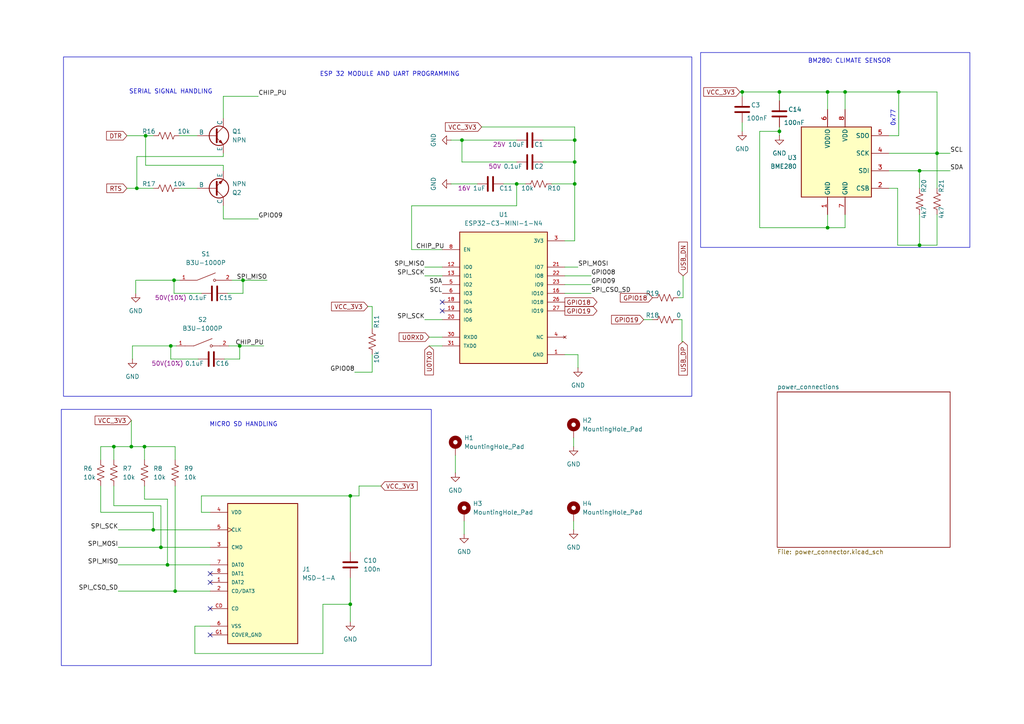
<source format=kicad_sch>
(kicad_sch (version 20250114) (generator "eeschema") (generator_version "9.0")
  (paper "A4")
  (title_block (title "${project_name}") (date "2025-11-24") (rev "${revision}") (company "${company_name}") (comment 1 "Building an IoT PCB from Scratch"))
  (lib_symbols
    (symbol "B3U-1000P:B3U-1000P" (pin_names (offset 1.016))
      (property "Reference" "S" (at -2.54 2.54 0))
      (property "Value" "B3U-1000P" (at -2.54 -2.54 0))
      (symbol "B3U-1000P_0_0"
        (polyline (pts (xy -2.54 0) (xy -5.08 0)) (stroke (width 0.1524)))
        (polyline (pts (xy -2.54 0) (xy 2.794 2.1336)) (stroke (width 0.1524)))
        (circle (center 2.54 0) (radius 0.3302) (stroke (width 0.1524)))
        (polyline (pts (xy 5.08 0) (xy 2.921 0)) (stroke (width 0.1524)))
        (pin passive line (at -7.62 0 0) (length 2.54) (name "~") (number "1"))
        (pin passive line (at 7.62 0 180) (length 2.54) (name "~") (number "2"))
      )
    )
    (symbol "Device:C" (pin_numbers (hide yes)) (pin_names (offset 0.254))
      (property "Reference" "C" (at 0.635 2.54 0))
      (property "Value" "C" (at 0.635 -2.54 0))
      (symbol "C_0_1"
        (polyline (pts (xy -2.032 0.762) (xy 2.032 0.762)) (stroke (width 0.508)))
        (polyline (pts (xy -2.032 -0.762) (xy 2.032 -0.762)) (stroke (width 0.508)))
      )
      (symbol "C_1_1"
        (pin passive line (at 0 3.81 270) (length 2.794) (name "~") (number "1"))
        (pin passive line (at 0 -3.81 90) (length 2.794) (name "~") (number "2"))
      )
    )
    (symbol "Device:R_US" (pin_numbers (hide yes)) (pin_names (offset 0))
      (property "Reference" "R" (at 2.54 0 90))
      (property "Value" "R_US" (at -2.54 0 90))
      (symbol "R_US_0_1"
        (polyline (pts (xy 0 2.286) (xy 0 2.54)))
        (polyline (pts (xy 0 2.286) (xy 1.016 1.905) (xy 0 1.524) (xy -1.016 1.143) (xy 0 0.762)))
        (polyline (pts (xy 0 0.762) (xy 1.016 0.381) (xy 0 0) (xy -1.016 -0.381) (xy 0 -0.762)))
        (polyline (pts (xy 0 -0.762) (xy 1.016 -1.143) (xy 0 -1.524) (xy -1.016 -1.905) (xy 0 -2.286)))
        (polyline (pts (xy 0 -2.286) (xy 0 -2.54)))
      )
      (symbol "R_US_1_1"
        (pin passive line (at 0 3.81 270) (length 1.27) (name "~") (number "1"))
        (pin passive line (at 0 -3.81 90) (length 1.27) (name "~") (number "2"))
      )
    )
    (symbol "ESP32-C3-MINI-1-N4:ESP32-C3-MINI-1-N4" (pin_names (offset 1.016))
      (property "Reference" "U" (at -12.7 18.796 0))
      (property "Value" "ESP32-C3-MINI-1-N4" (at -12.7 -22.86 0))
      (symbol "ESP32-C3-MINI-1-N4_0_0"
        (rectangle (start -12.7 -20.32) (end 12.7 17.78) (stroke (width 0.254)) (fill (type background)))
        (pin input line (at -17.78 12.7 0) (length 5.08) (name "EN") (number "8"))
        (pin bidirectional line (at -17.78 7.62 0) (length 5.08) (name "IO0") (number "12"))
        (pin bidirectional line (at -17.78 5.08 0) (length 5.08) (name "IO1") (number "13"))
        (pin bidirectional line (at -17.78 2.54 0) (length 5.08) (name "IO2") (number "5"))
        (pin bidirectional line (at -17.78 0 0) (length 5.08) (name "IO3") (number "6"))
        (pin bidirectional line (at -17.78 -2.54 0) (length 5.08) (name "IO4") (number "18"))
        (pin bidirectional line (at -17.78 -5.08 0) (length 5.08) (name "IO5") (number "19"))
        (pin bidirectional line (at -17.78 -7.62 0) (length 5.08) (name "IO6") (number "20"))
        (pin bidirectional line (at -17.78 -12.7 0) (length 5.08) (name "RXD0") (number "30"))
        (pin bidirectional line (at -17.78 -15.24 0) (length 5.08) (name "TXD0") (number "31"))
        (pin power_in line (at 17.78 15.24 180) (length 5.08) (name "3V3") (number "3"))
        (pin bidirectional line (at 17.78 7.62 180) (length 5.08) (name "IO7") (number "21"))
        (pin bidirectional line (at 17.78 5.08 180) (length 5.08) (name "IO8") (number "22"))
        (pin bidirectional line (at 17.78 2.54 180) (length 5.08) (name "IO9") (number "23"))
        (pin bidirectional line (at 17.78 0 180) (length 5.08) (name "IO10") (number "16"))
        (pin bidirectional line (at 17.78 -2.54 180) (length 5.08) (name "IO18") (number "26"))
        (pin bidirectional line (at 17.78 -5.08 180) (length 5.08) (name "IO19") (number "27"))
        (pin no_connect line (at 17.78 -12.7 180) (length 5.08) (hide yes) (name "NC") (number "10"))
        (pin no_connect line (at 17.78 -12.7 180) (length 5.08) (hide yes) (name "NC") (number "15"))
        (pin no_connect line (at 17.78 -12.7 180) (length 5.08) (hide yes) (name "NC") (number "17"))
        (pin no_connect line (at 17.78 -12.7 180) (length 5.08) (hide yes) (name "NC") (number "24"))
        (pin no_connect line (at 17.78 -12.7 180) (length 5.08) (hide yes) (name "NC") (number "25"))
        (pin no_connect line (at 17.78 -12.7 180) (length 5.08) (hide yes) (name "NC") (number "28"))
        (pin no_connect line (at 17.78 -12.7 180) (length 5.08) (hide yes) (name "NC") (number "29"))
        (pin no_connect line (at 17.78 -12.7 180) (length 5.08) (hide yes) (name "NC") (number "32"))
        (pin no_connect line (at 17.78 -12.7 180) (length 5.08) (hide yes) (name "NC") (number "33"))
        (pin no_connect line (at 17.78 -12.7 180) (length 5.08) (hide yes) (name "NC") (number "34"))
        (pin no_connect line (at 17.78 -12.7 180) (length 5.08) (hide yes) (name "NC") (number "35"))
        (pin no_connect line (at 17.78 -12.7 180) (length 5.08) (name "NC") (number "4"))
        (pin no_connect line (at 17.78 -12.7 180) (length 5.08) (hide yes) (name "NC") (number "7"))
        (pin no_connect line (at 17.78 -12.7 180) (length 5.08) (hide yes) (name "NC") (number "9"))
        (pin power_in line (at 17.78 -17.78 180) (length 5.08) (name "GND") (number "1"))
        (pin power_in line (at 17.78 -17.78 180) (length 5.08) (hide yes) (name "GND") (number "11"))
        (pin power_in line (at 17.78 -17.78 180) (length 5.08) (hide yes) (name "GND") (number "14"))
        (pin power_in line (at 17.78 -17.78 180) (length 5.08) (hide yes) (name "GND") (number "2"))
        (pin power_in line (at 17.78 -17.78 180) (length 5.08) (hide yes) (name "GND") (number "36"))
        (pin power_in line (at 17.78 -17.78 180) (length 5.08) (hide yes) (name "GND") (number "37"))
        (pin power_in line (at 17.78 -17.78 180) (length 5.08) (hide yes) (name "GND") (number "38"))
        (pin power_in line (at 17.78 -17.78 180) (length 5.08) (hide yes) (name "GND") (number "39"))
        (pin power_in line (at 17.78 -17.78 180) (length 5.08) (hide yes) (name "GND") (number "40"))
        (pin power_in line (at 17.78 -17.78 180) (length 5.08) (hide yes) (name "GND") (number "41"))
        (pin power_in line (at 17.78 -17.78 180) (length 5.08) (hide yes) (name "GND") (number "42"))
        (pin power_in line (at 17.78 -17.78 180) (length 5.08) (hide yes) (name "GND") (number "43"))
        (pin power_in line (at 17.78 -17.78 180) (length 5.08) (hide yes) (name "GND") (number "44"))
        (pin power_in line (at 17.78 -17.78 180) (length 5.08) (hide yes) (name "GND") (number "45"))
        (pin power_in line (at 17.78 -17.78 180) (length 5.08) (hide yes) (name "GND") (number "46"))
        (pin power_in line (at 17.78 -17.78 180) (length 5.08) (hide yes) (name "GND") (number "47"))
        (pin power_in line (at 17.78 -17.78 180) (length 5.08) (hide yes) (name "GND") (number "48"))
        (pin power_in line (at 17.78 -17.78 180) (length 5.08) (hide yes) (name "GND") (number "49_1"))
        (pin power_in line (at 17.78 -17.78 180) (length 5.08) (hide yes) (name "GND") (number "49_2"))
        (pin power_in line (at 17.78 -17.78 180) (length 5.08) (hide yes) (name "GND") (number "49_3"))
        (pin power_in line (at 17.78 -17.78 180) (length 5.08) (hide yes) (name "GND") (number "49_4"))
        (pin power_in line (at 17.78 -17.78 180) (length 5.08) (hide yes) (name "GND") (number "49_5"))
        (pin power_in line (at 17.78 -17.78 180) (length 5.08) (hide yes) (name "GND") (number "49_6"))
        (pin power_in line (at 17.78 -17.78 180) (length 5.08) (hide yes) (name "GND") (number "49_7"))
        (pin power_in line (at 17.78 -17.78 180) (length 5.08) (hide yes) (name "GND") (number "49_8"))
        (pin power_in line (at 17.78 -17.78 180) (length 5.08) (hide yes) (name "GND") (number "49_9"))
        (pin power_in line (at 17.78 -17.78 180) (length 5.08) (hide yes) (name "GND") (number "50"))
        (pin power_in line (at 17.78 -17.78 180) (length 5.08) (hide yes) (name "GND") (number "51"))
        (pin power_in line (at 17.78 -17.78 180) (length 5.08) (hide yes) (name "GND") (number "52"))
        (pin power_in line (at 17.78 -17.78 180) (length 5.08) (hide yes) (name "GND") (number "53"))
      )
    )
    (symbol "MSD-1-A:MSD-1-A" (pin_names (offset 1.016))
      (property "Reference" "J" (at -10.16 21.082 0))
      (property "Value" "MSD-1-A" (at -10.16 -22.86 0))
      (symbol "MSD-1-A_0_0"
        (rectangle (start -10.16 -20.32) (end 10.16 20.32) (stroke (width 0.254)) (fill (type background)))
        (pin power_in line (at -15.24 17.78 0) (length 5.08) (name "VDD") (number "4"))
        (pin input clock (at -15.24 12.7 0) (length 5.08) (name "CLK") (number "5"))
        (pin bidirectional line (at -15.24 7.62 0) (length 5.08) (name "CMD") (number "3"))
        (pin bidirectional line (at -15.24 2.54 0) (length 5.08) (name "DAT0") (number "7"))
        (pin bidirectional line (at -15.24 0 0) (length 5.08) (name "DAT1") (number "8"))
        (pin bidirectional line (at -15.24 -2.54 0) (length 5.08) (name "DAT2") (number "1"))
        (pin bidirectional line (at -15.24 -5.08 0) (length 5.08) (name "CD/DAT3") (number "2"))
        (pin passive line (at -15.24 -10.16 0) (length 5.08) (name "CD") (number "CD"))
        (pin power_in line (at -15.24 -15.24 0) (length 5.08) (name "VSS") (number "6"))
        (pin power_in line (at -15.24 -17.78 0) (length 5.08) (name "COVER_GND") (number "G1"))
        (pin power_in line (at -15.24 -17.78 0) (length 5.08) (hide yes) (name "COVER_GND") (number "G2"))
        (pin power_in line (at -15.24 -17.78 0) (length 5.08) (hide yes) (name "COVER_GND") (number "G3"))
        (pin power_in line (at -15.24 -17.78 0) (length 5.08) (hide yes) (name "COVER_GND") (number "G4"))
      )
    )
    (symbol "Mechanical:MountingHole_Pad" (pin_numbers (hide yes)) (pin_names (offset 1.016) (hide yes)) (in_bom no)
      (property "Reference" "H" (at 0 6.35 0))
      (property "Value" "MountingHole_Pad" (at 0 4.445 0))
      (symbol "MountingHole_Pad_0_1"
        (circle (center 0 1.27) (radius 1.27) (stroke (width 1.27)))
      )
      (symbol "MountingHole_Pad_1_1"
        (pin input line (at 0 -2.54 90) (length 2.54) (name "1") (number "1"))
      )
    )
    (symbol "NPN_1" (pin_numbers (hide yes)) (pin_names (offset 0))
      (property "Reference" "Q1" (at 5.08 1.2701 0))
      (property "Value" "NPN" (at 5.08 -1.2699 0))
      (symbol "NPN_1_0_1"
        (polyline (pts (xy -2.54 0) (xy 0.635 0)) (stroke (width 0.1524)))
        (polyline (pts (xy 0.635 1.905) (xy 0.635 -1.905) (xy 0.635 -1.905)) (stroke (width 0.508)))
        (polyline (pts (xy 0.635 0.635) (xy 2.54 2.54)))
        (polyline (pts (xy 0.635 -0.635) (xy 2.54 -2.54) (xy 2.54 -2.54)))
        (circle (center 1.27 0) (radius 2.8194) (stroke (width 0.254)))
        (polyline (pts (xy 1.27 -1.778) (xy 1.778 -1.27) (xy 2.286 -2.286) (xy 1.27 -1.778) (xy 1.27 -1.778)) (fill (type outline)))
        (polyline (pts (xy 2.794 -1.27) (xy 2.794 -1.27)) (stroke (width 0.1524)))
        (polyline (pts (xy 2.794 -1.27) (xy 2.794 -1.27)) (stroke (width 0.1524)))
      )
      (symbol "NPN_1_1_1"
        (pin input line (at -5.08 0 0) (length 2.54) (name "B") (number "2"))
        (pin open_collector line (at 2.54 5.08 270) (length 2.54) (name "C") (number "1"))
        (pin passive line (at 2.54 -5.08 90) (length 2.54) (name "E") (number "3"))
      )
    )
    (symbol "Sensor:BME280"
      (property "Reference" "U" (at -8.89 11.43 0))
      (property "Value" "BME280" (at 7.62 11.43 0))
      (symbol "BME280_0_1"
        (rectangle (start -10.16 10.16) (end 10.16 -10.16) (stroke (width 0.254)) (fill (type background)))
      )
      (symbol "BME280_1_1"
        (pin power_in line (at -2.54 15.24 270) (length 5.08) (name "VDDIO") (number "6"))
        (pin power_in line (at -2.54 -15.24 90) (length 5.08) (name "GND") (number "1"))
        (pin power_in line (at 2.54 15.24 270) (length 5.08) (name "VDD") (number "8"))
        (pin power_in line (at 2.54 -15.24 90) (length 5.08) (name "GND") (number "7"))
        (pin bidirectional line (at 15.24 7.62 180) (length 5.08) (name "SDO") (number "5"))
        (pin input line (at 15.24 2.54 180) (length 5.08) (name "SCK") (number "4"))
        (pin bidirectional line (at 15.24 -2.54 180) (length 5.08) (name "SDI") (number "3"))
        (pin input line (at 15.24 -7.62 180) (length 5.08) (name "CSB") (number "2"))
      )
    )
    (symbol "Simulation_SPICE:NPN" (pin_numbers (hide yes)) (pin_names (offset 0))
      (property "Reference" "Q2" (at 5.08 1.2701 0))
      (property "Value" "NPN" (at 5.08 -1.2699 0))
      (symbol "NPN_0_1"
        (polyline (pts (xy -2.54 0) (xy 0.635 0)) (stroke (width 0.1524)))
        (polyline (pts (xy 0.635 1.905) (xy 0.635 -1.905) (xy 0.635 -1.905)) (stroke (width 0.508)))
        (polyline (pts (xy 0.635 0.635) (xy 2.54 2.54)))
        (polyline (pts (xy 0.635 -0.635) (xy 2.54 -2.54) (xy 2.54 -2.54)))
        (circle (center 1.27 0) (radius 2.8194) (stroke (width 0.254)))
        (polyline (pts (xy 1.27 -1.778) (xy 1.778 -1.27) (xy 2.286 -2.286) (xy 1.27 -1.778) (xy 1.27 -1.778)) (fill (type outline)))
        (polyline (pts (xy 2.794 -1.27) (xy 2.794 -1.27)) (stroke (width 0.1524)))
        (polyline (pts (xy 2.794 -1.27) (xy 2.794 -1.27)) (stroke (width 0.1524)))
      )
      (symbol "NPN_1_1"
        (pin input line (at -5.08 0 0) (length 2.54) (name "B") (number "2"))
        (pin open_collector line (at 2.54 5.08 270) (length 2.54) (name "C") (number "1"))
        (pin passive line (at 2.54 -5.08 90) (length 2.54) (name "E") (number "3"))
      )
    )
    (symbol "power:GND" (power) (pin_numbers (hide yes)) (pin_names (offset 0) (hide yes))
      (property "Value" "GND" (at 0 -3.81 0))
      (symbol "GND_0_1"
        (polyline (pts (xy 0 0) (xy 0 -1.27) (xy 1.27 -1.27) (xy 0 -2.54) (xy -1.27 -1.27) (xy 0 -1.27)))
      )
      (symbol "GND_1_1"
        (pin power_in line (at 0 0 270) (length 0) (name "~") (number "1"))
      )
    )
  )
  (rectangle (start 17.78 118.745) (end 125.095 193.04))
  (rectangle (start 203.2 15.24) (end 281.305 71.755))
  (rectangle (start 18.415 16.51) (end 200.66 114.935))
  (text "0x77" (at 259.08 34.29 90) (effects (font (size 1.27 1.27))))
  (text "ESP 32 MODULE AND UART PROGRAMMING" (at 113.03 21.59 0) (effects (font (size 1.27 1.27))))
  (text "MICRO SD HANDLING " (at 71.12 123.19 0) (effects (font (size 1.27 1.27))))
  (text "BM280: CLIMATE SENSOR" (at 246.38 17.78 0) (effects (font (size 1.27 1.27))))
  (text "SERIAL SIGNAL HANDLING" (at 49.53 26.67 0) (effects (font (size 1.27 1.27))))
  (junction (at 166.6875 40.64))
  (junction (at 46.6725 158.75))
  (junction (at 101.6 143.8275))
  (junction (at 266.7 71.12))
  (junction (at 245.11 26.67))
  (junction (at 41.91 129.54))
  (junction (at 271.78 44.45))
  (junction (at 48.5775 163.83))
  (junction (at 260.6675 26.67))
  (junction (at 240.03 26.67))
  (junction (at 39.6875 54.61))
  (junction (at 38.1 129.54))
  (junction (at 133.985 40.64))
  (junction (at 266.7 49.53))
  (junction (at 240.03 66.04))
  (junction (at 226.06 26.67))
  (junction (at 70.485 81.28))
  (junction (at 33.02 129.54))
  (junction (at 149.86 53.34))
  (junction (at 69.5325 100.33))
  (junction (at 50.8 171.45))
  (junction (at 50.4825 81.28))
  (junction (at 101.6 175.26))
  (junction (at 49.53 100.33))
  (junction (at 166.6875 46.99))
  (junction (at 42.2275 39.37))
  (junction (at 215.265 26.67))
  (junction (at 44.45 153.67))
  (junction (at 226.06 38.1))
  (junction (at 166.6875 53.34))
  (no_connect (at 60.96 176.53))
  (no_connect (at 60.96 166.37))
  (no_connect (at 128.27 87.63))
  (no_connect (at 60.96 184.15))
  (no_connect (at 60.96 168.91))
  (no_connect (at 128.27 90.17))
  (wire (pts (xy 64.77 49.53) (xy 64.77 47.9425)))
  (wire (pts (xy 56.515 189.5475) (xy 93.6625 189.5475)))
  (wire (pts (xy 58.42 148.59) (xy 60.96 148.59)))
  (wire (pts (xy 149.86 40.64) (xy 133.985 40.64)))
  (wire (pts (xy 163.83 102.87) (xy 167.64 102.87)))
  (wire (pts (xy 64.77 27.94) (xy 74.93 27.94)))
  (wire (pts (xy 29.21 129.54) (xy 33.02 129.54)))
  (wire (pts (xy 240.03 26.67) (xy 240.03 31.75)))
  (wire (pts (xy 163.83 82.55) (xy 171.45 82.55)))
  (wire (pts (xy 130.81 53.34) (xy 138.43 53.34)))
  (wire (pts (xy 38.4175 100.33) (xy 49.53 100.33)))
  (wire (pts (xy 245.11 62.23) (xy 245.11 66.04)))
  (wire (pts (xy 64.77 63.5) (xy 74.93 63.5)))
  (wire (pts (xy 119.38 59.69) (xy 149.86 59.69)))
  (wire (pts (xy 198.12 86.36) (xy 196.85 86.36)))
  (wire (pts (xy 33.02 146.685) (xy 46.6725 146.685)))
  (wire (pts (xy 58.42 85.09) (xy 50.4825 85.09)))
  (wire (pts (xy 271.78 62.23) (xy 271.78 71.12)))
  (wire (pts (xy 52.07 39.37) (xy 57.15 39.37)))
  (wire (pts (xy 101.6 143.8275) (xy 101.6 160.02)))
  (wire (pts (xy 39.6875 45.4025) (xy 39.6875 54.61)))
  (wire (pts (xy 36.83 54.61) (xy 39.6875 54.61)))
  (wire (pts (xy 49.53 100.33) (xy 51.1175 100.33)))
  (wire (pts (xy 66.3575 100.33) (xy 69.5325 100.33)))
  (wire (pts (xy 166.6875 53.34) (xy 160.02 53.34)))
  (wire (pts (xy 260.6675 26.67) (xy 271.78 26.67)))
  (wire (pts (xy 42.2275 39.37) (xy 44.45 39.37)))
  (wire (pts (xy 167.64 102.87) (xy 167.64 106.68)))
  (wire (pts (xy 106.68 88.9) (xy 107.95 88.9)))
  (wire (pts (xy 33.02 129.54) (xy 38.1 129.54)))
  (wire (pts (xy 41.91 129.54) (xy 50.8 129.54)))
  (wire (pts (xy 149.86 59.69) (xy 149.86 53.34)))
  (wire (pts (xy 64.77 34.29) (xy 64.77 27.94)))
  (wire (pts (xy 240.03 66.04) (xy 220.345 66.04)))
  (wire (pts (xy 64.77 44.45) (xy 64.77 45.4025)))
  (wire (pts (xy 44.45 153.67) (xy 60.96 153.67)))
  (wire (pts (xy 260.6675 39.37) (xy 260.6675 26.67)))
  (wire (pts (xy 215.265 26.67) (xy 226.06 26.67)))
  (wire (pts (xy 166.6875 53.34) (xy 166.6875 69.85)))
  (wire (pts (xy 163.83 77.47) (xy 167.64 77.47)))
  (wire (pts (xy 67.31 81.28) (xy 70.485 81.28)))
  (wire (pts (xy 266.7 49.53) (xy 275.59 49.53)))
  (wire (pts (xy 49.53 104.14) (xy 49.53 100.33)))
  (wire (pts (xy 149.86 46.99) (xy 133.985 46.99)))
  (wire (pts (xy 257.81 49.53) (xy 266.7 49.53)))
  (wire (pts (xy 101.6 167.64) (xy 101.6 175.26)))
  (wire (pts (xy 101.6 143.8275) (xy 104.14 143.8275)))
  (wire (pts (xy 58.42 143.8275) (xy 58.42 148.59)))
  (wire (pts (xy 50.8 171.45) (xy 60.96 171.45)))
  (wire (pts (xy 260.35 54.61) (xy 260.35 71.12)))
  (wire (pts (xy 240.03 62.23) (xy 240.03 66.04)))
  (wire (pts (xy 38.1 121.92) (xy 38.1 129.54)))
  (wire (pts (xy 41.91 140.97) (xy 41.91 144.78)))
  (wire (pts (xy 48.5775 163.83) (xy 60.96 163.83)))
  (wire (pts (xy 123.19 80.01) (xy 128.27 80.01)))
  (wire (pts (xy 104.14 140.97) (xy 104.14 143.8275)))
  (wire (pts (xy 107.95 95.25) (xy 107.95 88.9)))
  (wire (pts (xy 69.5325 100.33) (xy 76.5175 100.33)))
  (wire (pts (xy 163.83 85.09) (xy 171.45 85.09)))
  (wire (pts (xy 149.86 53.34) (xy 152.4 53.34)))
  (wire (pts (xy 64.77 47.9425) (xy 42.2275 47.9425)))
  (wire (pts (xy 34.29 153.67) (xy 44.45 153.67)))
  (wire (pts (xy 64.77 45.4025) (xy 39.6875 45.4025)))
  (wire (pts (xy 186.69 92.71) (xy 189.23 92.71)))
  (wire (pts (xy 257.81 39.37) (xy 260.6675 39.37)))
  (wire (pts (xy 66.04 85.09) (xy 70.485 85.09)))
  (wire (pts (xy 29.21 148.59) (xy 44.45 148.59)))
  (wire (pts (xy 33.02 140.97) (xy 33.02 146.685)))
  (wire (pts (xy 166.6875 46.99) (xy 166.6875 40.64)))
  (wire (pts (xy 50.8 140.97) (xy 50.8 171.45)))
  (wire (pts (xy 38.4175 104.14) (xy 38.4175 100.33)))
  (wire (pts (xy 93.6625 189.5475) (xy 93.6625 175.26)))
  (wire (pts (xy 166.37 127) (xy 166.37 129.54)))
  (wire (pts (xy 119.38 72.39) (xy 128.27 72.39)))
  (wire (pts (xy 57.4675 104.14) (xy 49.53 104.14)))
  (wire (pts (xy 44.45 148.59) (xy 44.45 153.67)))
  (wire (pts (xy 38.1 129.54) (xy 41.91 129.54)))
  (wire (pts (xy 58.42 143.8275) (xy 101.6 143.8275)))
  (wire (pts (xy 50.4825 85.09) (xy 50.4825 81.28)))
  (wire (pts (xy 271.78 44.45) (xy 271.78 26.67)))
  (wire (pts (xy 124.46 100.33) (xy 128.27 100.33)))
  (wire (pts (xy 163.83 69.85) (xy 166.6875 69.85)))
  (wire (pts (xy 69.5325 100.33) (xy 69.5325 104.14)))
  (wire (pts (xy 257.81 44.45) (xy 271.78 44.45)))
  (wire (pts (xy 41.91 144.78) (xy 48.5775 144.78)))
  (wire (pts (xy 41.91 129.54) (xy 41.91 133.35)))
  (wire (pts (xy 29.21 133.35) (xy 29.21 129.54)))
  (wire (pts (xy 33.02 129.54) (xy 33.02 133.35)))
  (wire (pts (xy 245.11 26.67) (xy 260.6675 26.67)))
  (wire (pts (xy 166.37 151.13) (xy 166.37 153.67)))
  (wire (pts (xy 34.29 171.45) (xy 50.8 171.45)))
  (wire (pts (xy 39.37 85.09) (xy 39.37 81.28)))
  (wire (pts (xy 39.6875 54.61) (xy 44.45 54.61)))
  (wire (pts (xy 266.7 49.53) (xy 266.7 54.61)))
  (wire (pts (xy 197.8025 99.06) (xy 197.8025 92.71)))
  (wire (pts (xy 271.78 71.12) (xy 266.7 71.12)))
  (wire (pts (xy 34.29 163.83) (xy 48.5775 163.83)))
  (wire (pts (xy 197.8025 99.06) (xy 198.12 99.06)))
  (wire (pts (xy 50.4825 81.28) (xy 52.07 81.28)))
  (wire (pts (xy 29.21 140.97) (xy 29.21 148.59)))
  (wire (pts (xy 271.78 44.45) (xy 271.78 54.61)))
  (wire (pts (xy 226.06 38.1) (xy 226.06 39.37)))
  (wire (pts (xy 52.07 54.61) (xy 57.15 54.61)))
  (wire (pts (xy 240.03 26.67) (xy 245.11 26.67)))
  (wire (pts (xy 134.62 151.13) (xy 134.62 154.94)))
  (wire (pts (xy 271.78 44.45) (xy 275.59 44.45)))
  (wire (pts (xy 124.46 97.79) (xy 128.27 97.79)))
  (wire (pts (xy 93.6625 175.26) (xy 101.6 175.26)))
  (wire (pts (xy 56.515 181.61) (xy 60.96 181.61)))
  (wire (pts (xy 48.5775 144.78) (xy 48.5775 163.83)))
  (wire (pts (xy 226.06 26.67) (xy 226.06 29.21)))
  (wire (pts (xy 119.38 72.39) (xy 119.38 59.69)))
  (wire (pts (xy 215.265 35.56) (xy 215.265 38.1)))
  (wire (pts (xy 166.6875 46.99) (xy 157.48 46.99)))
  (wire (pts (xy 196.85 92.71) (xy 197.8025 92.71)))
  (wire (pts (xy 39.37 81.28) (xy 50.4825 81.28)))
  (wire (pts (xy 198.12 80.01) (xy 198.12 86.36)))
  (wire (pts (xy 220.345 66.04) (xy 220.345 38.1)))
  (wire (pts (xy 65.0875 104.14) (xy 69.5325 104.14)))
  (wire (pts (xy 132.08 132.08) (xy 132.08 137.16)))
  (wire (pts (xy 107.95 102.87) (xy 107.95 107.95)))
  (wire (pts (xy 226.06 36.83) (xy 226.06 38.1)))
  (wire (pts (xy 215.265 27.94) (xy 215.265 26.67)))
  (wire (pts (xy 220.345 38.1) (xy 226.06 38.1)))
  (wire (pts (xy 70.485 81.28) (xy 70.485 85.09)))
  (wire (pts (xy 46.6725 146.685) (xy 46.6725 158.75)))
  (wire (pts (xy 139.7 36.83) (xy 166.6875 36.83)))
  (wire (pts (xy 64.77 59.69) (xy 64.77 63.5)))
  (wire (pts (xy 133.985 46.99) (xy 133.985 40.64)))
  (wire (pts (xy 110.49 140.97) (xy 104.14 140.97)))
  (wire (pts (xy 133.985 40.64) (xy 130.81 40.64)))
  (wire (pts (xy 245.11 66.04) (xy 240.03 66.04)))
  (wire (pts (xy 123.19 92.71) (xy 128.27 92.71)))
  (wire (pts (xy 166.6875 36.83) (xy 166.6875 40.64)))
  (wire (pts (xy 101.6 175.26) (xy 101.6 180.34)))
  (wire (pts (xy 226.06 26.67) (xy 240.03 26.67)))
  (wire (pts (xy 245.11 31.75) (xy 245.11 26.67)))
  (wire (pts (xy 70.485 81.28) (xy 77.47 81.28)))
  (wire (pts (xy 214.63 26.67) (xy 215.265 26.67)))
  (wire (pts (xy 166.6875 46.99) (xy 166.6875 53.34)))
  (wire (pts (xy 36.83 39.37) (xy 42.2275 39.37)))
  (wire (pts (xy 163.83 80.01) (xy 171.45 80.01)))
  (wire (pts (xy 166.6875 40.64) (xy 157.48 40.64)))
  (wire (pts (xy 107.95 107.95) (xy 102.87 107.95)))
  (wire (pts (xy 146.05 53.34) (xy 149.86 53.34)))
  (wire (pts (xy 260.35 71.12) (xy 266.7 71.12)))
  (wire (pts (xy 56.515 181.61) (xy 56.515 189.5475)))
  (wire (pts (xy 42.2275 47.9425) (xy 42.2275 39.37)))
  (wire (pts (xy 34.29 158.75) (xy 46.6725 158.75)))
  (wire (pts (xy 257.81 54.61) (xy 260.35 54.61)))
  (wire (pts (xy 50.8 129.54) (xy 50.8 133.35)))
  (wire (pts (xy 46.6725 158.75) (xy 60.96 158.75)))
  (wire (pts (xy 123.19 77.47) (xy 128.27 77.47)))
  (wire (pts (xy 266.7 62.23) (xy 266.7 71.12)))
  (label "SPI_MISO" (at 77.47 81.28 180))
  (label "GPIO08" (at 171.45 80.01 0))
  (label "SPI_MOSI" (at 34.29 158.75 180))
  (label "SPI_CSO_SD" (at 34.29 171.45 180))
  (label "CHIP_PU" (at 74.93 27.94 0))
  (label "CHIP_PU" (at 120.65 72.39 0))
  (label "GPIO09" (at 171.45 82.55 0))
  (label "SPI_MISO" (at 34.29 163.83 180))
  (label "SPI_SCK" (at 34.29 153.67 180))
  (label "SPI_MISO" (at 123.19 77.47 180))
  (label "GPIO09" (at 74.93 63.5 0))
  (label "GPIO08" (at 102.87 107.95 180))
  (label "SPI_MOSI" (at 167.64 77.47 0))
  (label "SCL" (at 128.27 85.09 180))
  (label "SPI_SCK" (at 123.19 80.01 180))
  (label "SPI_SCK" (at 123.19 92.71 180))
  (label "SDA" (at 128.27 82.55 180))
  (label "CHIP_PU" (at 76.5175 100.33 180))
  (label "SPI_CSO_SD" (at 171.45 85.09 0))
  (label "SCL" (at 275.59 44.45 0))
  (label "SDA" (at 275.59 49.53 0))
  (global_label "RTS" (shape input) (at 36.83 54.61 180) (property "Intersheetrefs" "${INTERSHEET_REFS}" (effects (hide yes))))
  (global_label "VCC_3V3" (shape input) (at 106.68 88.9 180) (property "Intersheetrefs" "${INTERSHEET_REFS}" (effects (hide yes))))
  (global_label "U0RXD" (shape input) (at 124.46 97.79 180) (property "Intersheetrefs" "${INTERSHEET_REFS}" (effects (hide yes))))
  (global_label "VCC_3V3" (shape input) (at 38.1 121.92 180) (property "Intersheetrefs" "${INTERSHEET_REFS}" (effects (hide yes))))
  (global_label "USB_DN" (shape input) (at 198.12 80.01 90) (property "Intersheetrefs" "${INTERSHEET_REFS}" (effects (hide yes))))
  (global_label "DTR" (shape input) (at 36.83 39.37 180) (property "Intersheetrefs" "${INTERSHEET_REFS}" (effects (hide yes))))
  (global_label "U0TXD" (shape input) (at 124.46 100.33 270) (property "Intersheetrefs" "${INTERSHEET_REFS}" (effects (hide yes))))
  (global_label "GPIO19" (shape input) (at 186.69 92.71 180) (property "Intersheetrefs" "${INTERSHEET_REFS}" (effects (hide yes))))
  (global_label "VCC_3V3" (shape input) (at 110.49 140.97 0) (property "Intersheetrefs" "${INTERSHEET_REFS}" (effects (hide yes))))
  (global_label "VCC_3V3" (shape input) (at 214.63 26.67 180) (property "Intersheetrefs" "${INTERSHEET_REFS}" (effects (hide yes))))
  (global_label "USB_DP" (shape input) (at 198.12 99.06 270) (property "Intersheetrefs" "${INTERSHEET_REFS}" (effects (hide yes))))
  (global_label "GPIO18" (shape output) (at 163.83 87.63 0) (property "Intersheetrefs" "${INTERSHEET_REFS}" (effects (hide yes))))
  (global_label "GPIO19" (shape output) (at 163.83 90.17 0) (property "Intersheetrefs" "${INTERSHEET_REFS}" (effects (hide yes))))
  (global_label "VCC_3V3" (shape input) (at 139.7 36.83 180) (property "Intersheetrefs" "${INTERSHEET_REFS}" (effects (hide yes))))
  (global_label "GPIO18" (shape input) (at 189.23 86.36 180) (property "Intersheetrefs" "${INTERSHEET_REFS}" (effects (hide yes))))
  (symbol (lib_id "Device:R_US") (at 41.91 137.16 0) (unit 1)
    (property "Reference" "R8" (at 44.45 135.8899 0) (effects (justify left)))
    (property "Value" "10k" (at 44.45 138.4299 0) (effects (justify left)))
    (property "Footprint" "Resistor_SMD:R_0402_1005Metric" (effects (hide yes)))
    (property "Description" "Resistor, US symbol" (effects (hide yes)))
  )
  (symbol (lib_id "power:GND") (at 167.64 106.68 0) (unit 1)
    (property "Reference" "#PWR07" (effects (hide yes)))
    (property "Value" "GND" (at 167.64 111.76 0))
    (property "Description" "Power symbol creates a global label with name \"GND\" , ground" (effects (hide yes)))
  )
  (symbol (lib_id "Device:R_US") (at 107.95 99.06 0) (unit 1)
    (property "Reference" "R11" (at 109.22 95.25 90) (effects (justify left)))
    (property "Value" "10k" (at 109.22 105.41 90) (effects (justify left)))
    (property "Footprint" "Resistor_SMD:R_0402_1005Metric" (effects (hide yes)))
    (property "Description" "Resistor, US symbol" (effects (hide yes)))
  )
  (symbol (lib_id "B3U-1000P:B3U-1000P") (at 59.69 81.28 0) (unit 1)
    (property "Reference" "S1" (at 59.69 73.66 0))
    (property "Value" "B3U-1000P" (at 59.69 76.2 0))
    (property "Footprint" "B3U-1000P:SW_B3U-1000P" (effects (hide yes)))
    (property "MF" "Omron" (effects (hide yes)))
    (property "DESCRIPTION" "Tactile Switch SPST-NO Top Actuated Surface Mount" (effects (hide yes)))
    (property "PACKAGE" "None" (effects (hide yes)))
    (property "PRICE" "None" (effects (hide yes)))
    (property "Package" "Custom Package Omron" (effects (hide yes)))
    (property "Check_prices" "https://www.snapeda.com/parts/B3U-1000P/Omron/view-part/?ref=eda" (effects (hide yes)))
    (property "Price" "None" (effects (hide yes)))
    (property "SnapEDA_Link" "https://www.snapeda.com/parts/B3U-1000P/Omron/view-part/?ref=snap" (effects (hide yes)))
    (property "MP" "B3U-1000P" (effects (hide yes)))
    (property "Availability" "In Stock" (effects (hide yes)))
    (property "AVAILABILITY" "Unavailable" (effects (hide yes)))
    (property "Description_1" "SWITCH;TACTILE,TOP ACTUATED,TACTILE & JOG SWITCHES W/O BOSS W/O GROUND | Omron Electronic Components B3U-1000P" (effects (hide yes)))
  )
  (symbol (lib_id "Device:R_US") (at 29.21 137.16 0) (unit 1)
    (property "Reference" "R6" (at 24.13 135.89 0) (effects (justify left)))
    (property "Value" "10k" (at 24.13 138.43 0) (effects (justify left)))
    (property "Footprint" "Resistor_SMD:R_0402_1005Metric" (effects (hide yes)))
    (property "Description" "Resistor, US symbol" (effects (hide yes)))
  )
  (symbol (lib_id "Mechanical:MountingHole_Pad") (at 134.62 148.59 0) (unit 1) (in_bom no)
    (property "Reference" "H3" (at 137.16 146.0499 0) (effects (justify left)))
    (property "Value" "MountingHole_Pad" (at 137.16 148.5899 0) (effects (justify left)))
    (property "Footprint" "MountingHole:MountingHole_2.2mm_M2_DIN965_Pad" (effects (hide yes)))
    (property "Description" "Mounting Hole with connection" (effects (hide yes)))
  )
  (symbol (lib_id "power:GND") (at 134.62 154.94 0) (unit 1)
    (property "Reference" "#PWR021" (effects (hide yes)))
    (property "Value" "GND" (at 134.62 160.02 0))
    (property "Description" "Power symbol creates a global label with name \"GND\" , ground" (effects (hide yes)))
  )
  (symbol (lib_id "power:GND") (at 132.08 137.16 0) (unit 1)
    (property "Reference" "#PWR022" (effects (hide yes)))
    (property "Value" "GND" (at 132.08 142.24 0))
    (property "Description" "Power symbol creates a global label with name \"GND\" , ground" (effects (hide yes)))
  )
  (symbol (lib_id "Device:C") (at 101.6 163.83 0) (unit 1)
    (property "Reference" "C10" (at 105.41 162.5599 0) (effects (justify left)))
    (property "Value" "100n" (at 105.41 165.0999 0) (effects (justify left)))
    (property "Footprint" "Capacitor_SMD:C_0402_1005Metric" (effects (hide yes)))
    (property "Description" "Unpolarized capacitor" (effects (hide yes)))
  )
  (symbol (lib_id "Device:R_US") (at 193.04 86.36 90) (unit 1)
    (property "Reference" "R19" (at 189.23 85.09 90))
    (property "Value" "0" (at 196.85 85.09 90))
    (property "Footprint" "Resistor_SMD:R_0402_1005Metric" (effects (hide yes)))
    (property "Description" "Resistor, US symbol" (effects (hide yes)))
  )
  (symbol (lib_id "Mechanical:MountingHole_Pad") (at 132.08 129.54 0) (unit 1) (in_bom no)
    (property "Reference" "H1" (at 134.62 126.9999 0) (effects (justify left)))
    (property "Value" "MountingHole_Pad" (at 134.62 129.5399 0) (effects (justify left)))
    (property "Footprint" "MountingHole:MountingHole_2.2mm_M2_DIN965_Pad" (effects (hide yes)))
    (property "Description" "Mounting Hole with connection" (effects (hide yes)))
  )
  (symbol (lib_id "Device:C") (at 153.67 46.99 270) (unit 1)
    (property "Reference" "C2" (at 154.94 48.26 90) (effects (justify left)))
    (property "Value" "0.1uF" (at 146.05 48.26 90) (effects (justify left)))
    (property "Footprint" "Capacitor_SMD:C_0402_1005Metric" (effects (hide yes)))
    (property "Description" "Unpolarized capacitor" (effects (hide yes)))
    (property "Purpose" "50V" (at 143.51 48.26 90))
  )
  (symbol (lib_id "power:GND") (at 215.265 38.1 0) (unit 1)
    (property "Reference" "#PWR015" (effects (hide yes)))
    (property "Value" "GND" (at 215.265 43.18 0))
    (property "Description" "Power symbol creates a global label with name \"GND\" , ground" (effects (hide yes)))
  )
  (symbol (lib_id "B3U-1000P:B3U-1000P") (at 58.7375 100.33 0) (unit 1)
    (property "Reference" "S2" (at 58.7375 92.71 0))
    (property "Value" "B3U-1000P" (at 58.7375 95.25 0))
    (property "Footprint" "B3U-1000P:SW_B3U-1000P" (effects (hide yes)))
    (property "MF" "Omron" (effects (hide yes)))
    (property "DESCRIPTION" "Tactile Switch SPST-NO Top Actuated Surface Mount" (effects (hide yes)))
    (property "PACKAGE" "None" (effects (hide yes)))
    (property "PRICE" "None" (effects (hide yes)))
    (property "Package" "Custom Package Omron" (effects (hide yes)))
    (property "Check_prices" "https://www.snapeda.com/parts/B3U-1000P/Omron/view-part/?ref=eda" (effects (hide yes)))
    (property "Price" "None" (effects (hide yes)))
    (property "SnapEDA_Link" "https://www.snapeda.com/parts/B3U-1000P/Omron/view-part/?ref=snap" (effects (hide yes)))
    (property "MP" "B3U-1000P" (effects (hide yes)))
    (property "Availability" "In Stock" (effects (hide yes)))
    (property "AVAILABILITY" "Unavailable" (effects (hide yes)))
    (property "Description_1" "SWITCH;TACTILE,TOP ACTUATED,TACTILE & JOG SWITCHES W/O BOSS W/O GROUND | Omron Electronic Components B3U-1000P" (effects (hide yes)))
  )
  (symbol (lib_name "NPN_1") (lib_id "Simulation_SPICE:NPN") (at 62.23 39.37 0) (unit 1)
    (property "Reference" "Q1" (at 67.31 38.0999 0) (effects (justify left)))
    (property "Value" "NPN" (at 67.31 40.6399 0) (effects (justify left)))
    (property "Footprint" "Package_TO_SOT_SMD:SOT-23-3" (effects (hide yes)))
    (property "Datasheet" "https://ngspice.sourceforge.io/docs/ngspice-html-manual/manual.xhtml#cha_BJTs" (effects (hide yes)))
    (property "Description" "Bipolar transistor symbol for simulation only, substrate tied to the emitter" (effects (hide yes)))
    (property "Sim.Device" "NPN" (effects (hide yes)))
    (property "Sim.Type" "GUMMELPOON" (effects (hide yes)))
    (property "Sim.Pins" "1=C 2=B 3=E" (effects (hide yes)))
  )
  (symbol (lib_id "power:GND") (at 166.37 153.67 0) (unit 1)
    (property "Reference" "#PWR020" (effects (hide yes)))
    (property "Value" "GND" (at 166.37 158.75 0))
    (property "Description" "Power symbol creates a global label with name \"GND\" , ground" (effects (hide yes)))
  )
  (symbol (lib_id "power:GND") (at 130.81 53.34 270) (unit 1)
    (property "Reference" "#PWR09" (effects (hide yes)))
    (property "Value" "GND" (at 125.73 53.34 0))
    (property "Description" "Power symbol creates a global label with name \"GND\" , ground" (effects (hide yes)))
  )
  (symbol (lib_id "ESP32-C3-MINI-1-N4:ESP32-C3-MINI-1-N4") (at 146.05 85.09 0) (unit 1)
    (property "Reference" "U1" (at 146.05 62.23 0))
    (property "Value" "ESP32-C3-MINI-1-N4" (at 146.05 64.77 0))
    (property "Footprint" "ESP32-C3-MINI-1-N4:XCVR_ESP32-C3-MINI-1-N4" (effects (hide yes)))
    (property "Description" "SPID" (effects (hide yes)))
    (property "MF" "Espressif Systems" (effects (hide yes)))
    (property "MAXIMUM_PACKAGE_HEIGHT" "2.55mm" (effects (hide yes)))
    (property "Package" "SMD-53 Espressif Systems" (effects (hide yes)))
    (property "Price" "None" (effects (hide yes)))
    (property "Check_prices" "https://www.snapeda.com/parts/ESP32-C3-MINI-1-N4/Espressif+Systems/view-part/?ref=eda" (effects (hide yes)))
    (property "STANDARD" "Manufacturer Recommendations" (effects (hide yes)))
    (property "PARTREV" "v1.0" (effects (hide yes)))
    (property "SnapEDA_Link" "https://www.snapeda.com/parts/ESP32-C3-MINI-1-N4/Espressif+Systems/view-part/?ref=snap" (effects (hide yes)))
    (property "MP" "ESP32-C3-MINI-1-N4" (effects (hide yes)))
    (property "Description_1" "Bluetooth, WiFi 802.11b/g/n, Bluetooth v5.0 Transceiver Module 2.412GHz ~ 2.484GHz PCB Trace Surface Mount" (effects (hide yes)))
    (property "Availability" "In Stock" (effects (hide yes)))
    (property "MANUFACTURER" "Espressif Systems" (effects (hide yes)))
  )
  (symbol (lib_id "Device:R_US") (at 266.7 58.42 0) (unit 1)
    (property "Reference" "R20" (at 267.97 55.88 90) (effects (justify left)))
    (property "Value" "4k7" (at 267.97 63.5 90) (effects (justify left)))
    (property "Footprint" "Resistor_SMD:R_0402_1005Metric" (effects (hide yes)))
    (property "Description" "Resistor, US symbol" (effects (hide yes)))
  )
  (symbol (lib_id "Sensor:BME280") (at 242.57 46.99 0) (unit 1)
    (property "Reference" "U3" (at 231.14 45.7199 0) (effects (justify right)))
    (property "Value" "BME280" (at 231.14 48.2599 0) (effects (justify right)))
    (property "Footprint" "Package_LGA:Bosch_LGA-8_2.5x2.5mm_P0.65mm_ClockwisePinNumbering" (effects (hide yes)))
    (property "Datasheet" "https://www.bosch-sensortec.com/media/boschsensortec/downloads/datasheets/bst-bme280-ds002.pdf" (effects (hide yes)))
    (property "Description" "3-in-1 sensor, humidity, pressure, temperature, I2C and SPI interface, 1.71-3.6V, LGA-8" (effects (hide yes)))
  )
  (symbol (lib_id "power:GND") (at 226.06 39.37 0) (unit 1)
    (property "Reference" "#PWR014" (effects (hide yes)))
    (property "Value" "GND" (at 226.06 44.45 0))
    (property "Description" "Power symbol creates a global label with name \"GND\" , ground" (effects (hide yes)))
  )
  (symbol (lib_id "MSD-1-A:MSD-1-A") (at 76.2 166.37 0) (unit 1)
    (property "Reference" "J1" (at 87.63 165.0999 0) (effects (justify left)))
    (property "Value" "MSD-1-A" (at 87.63 167.6399 0) (effects (justify left)))
    (property "Footprint" "MSD-1-A:CUI_MSD-1-A" (effects (hide yes)))
    (property "MF" "Same Sky" (effects (hide yes)))
    (property "MAXIMUM_PACKAGE_HEIGHT" "2.00mm" (effects (hide yes)))
    (property "Package" "None" (effects (hide yes)))
    (property "Price" "None" (effects (hide yes)))
    (property "Check_prices" "https://www.snapeda.com/parts/MSD-1-A/Same+Sky/view-part/?ref=eda" (effects (hide yes)))
    (property "STANDARD" "Manufacturer Recommendations" (effects (hide yes)))
    (property "PARTREV" "1.0" (effects (hide yes)))
    (property "SnapEDA_Link" "https://www.snapeda.com/parts/MSD-1-A/Same+Sky/view-part/?ref=snap" (effects (hide yes)))
    (property "MP" "MSD-1-A" (effects (hide yes)))
    (property "Description_1" "Micro SD Card Connector, 9 Positions, Connector and Ejector, Push In, Auto Eject Out, Surface Mount, 1.8 mm Height Above Board, Gold Flash" (effects (hide yes)))
    (property "Availability" "In Stock" (effects (hide yes)))
    (property "MANUFACTURER" "CUI Devices" (effects (hide yes)))
  )
  (symbol (lib_id "Device:C") (at 153.67 40.64 270) (unit 1)
    (property "Reference" "C1" (at 154.94 41.91 90) (effects (justify left)))
    (property "Value" "10uF" (at 147.32 41.91 90) (effects (justify left)))
    (property "Footprint" "Capacitor_SMD:C_0603_1608Metric" (effects (hide yes)))
    (property "Description" "Unpolarized capacitor" (effects (hide yes)))
    (property "Purpose" "25V" (at 144.78 41.91 90))
  )
  (symbol (lib_id "Device:R_US") (at 156.21 53.34 270) (unit 1)
    (property "Reference" "R10" (at 158.75 54.61 90) (effects (justify left)))
    (property "Value" "10k" (at 151.13 54.61 90) (effects (justify left)))
    (property "Footprint" "Resistor_SMD:R_0402_1005Metric" (effects (hide yes)))
    (property "Description" "Resistor, US symbol" (effects (hide yes)))
  )
  (symbol (lib_id "power:GND") (at 38.4175 104.14 0) (unit 1)
    (property "Reference" "#PWR018" (effects (hide yes)))
    (property "Value" "GND" (at 38.4175 109.22 0))
    (property "Description" "Power symbol creates a global label with name \"GND\" , ground" (effects (hide yes)))
  )
  (symbol (lib_id "Device:R_US") (at 271.78 58.42 0) (unit 1)
    (property "Reference" "R21" (at 273.05 55.88 90) (effects (justify left)))
    (property "Value" "4k7" (at 273.05 63.5 90) (effects (justify left)))
    (property "Footprint" "Resistor_SMD:R_0402_1005Metric" (effects (hide yes)))
    (property "Description" "Resistor, US symbol" (effects (hide yes)))
  )
  (symbol (lib_id "Device:C") (at 142.24 53.34 270) (unit 1)
    (property "Reference" "C11" (at 144.78 54.61 90) (effects (justify left)))
    (property "Value" "1uF" (at 137.16 54.61 90) (effects (justify left)))
    (property "Footprint" "Capacitor_SMD:C_0201_0603Metric" (effects (hide yes)))
    (property "Description" "Unpolarized capacitor" (effects (hide yes)))
    (property "Purpose" "16V" (at 134.62 54.61 90))
  )
  (symbol (lib_id "power:GND") (at 166.37 129.54 0) (unit 1)
    (property "Reference" "#PWR019" (effects (hide yes)))
    (property "Value" "GND" (at 166.37 134.62 0))
    (property "Description" "Power symbol creates a global label with name \"GND\" , ground" (effects (hide yes)))
  )
  (symbol (lib_id "Device:R_US") (at 48.26 54.61 90) (unit 1)
    (property "Reference" "R17" (at 43.18 53.34 90))
    (property "Value" "10k" (at 52.07 53.34 90))
    (property "Footprint" "Resistor_SMD:R_0402_1005Metric" (effects (hide yes)))
    (property "Description" "Resistor, US symbol" (effects (hide yes)))
  )
  (symbol (lib_id "Device:R_US") (at 193.04 92.71 90) (unit 1)
    (property "Reference" "R18" (at 189.23 91.44 90))
    (property "Value" "0" (at 196.85 91.44 90))
    (property "Footprint" "Resistor_SMD:R_0402_1005Metric" (effects (hide yes)))
    (property "Description" "Resistor, US symbol" (effects (hide yes)))
  )
  (symbol (lib_id "power:GND") (at 39.37 85.09 0) (unit 1)
    (property "Reference" "#PWR017" (effects (hide yes)))
    (property "Value" "GND" (at 39.37 90.17 0))
    (property "Description" "Power symbol creates a global label with name \"GND\" , ground" (effects (hide yes)))
  )
  (symbol (lib_id "power:GND") (at 130.81 40.64 270) (unit 1)
    (property "Reference" "#PWR08" (effects (hide yes)))
    (property "Value" "GND" (at 125.73 40.64 0))
    (property "Description" "Power symbol creates a global label with name \"GND\" , ground" (effects (hide yes)))
  )
  (symbol (lib_id "Device:R_US") (at 50.8 137.16 0) (unit 1)
    (property "Reference" "R9" (at 53.34 135.8899 0) (effects (justify left)))
    (property "Value" "10k" (at 53.34 138.4299 0) (effects (justify left)))
    (property "Footprint" "Resistor_SMD:R_0402_1005Metric" (effects (hide yes)))
    (property "Description" "Resistor, US symbol" (effects (hide yes)))
  )
  (symbol (lib_id "Device:C") (at 226.06 33.02 0) (unit 1)
    (property "Reference" "C14" (at 228.6 31.75 0) (effects (justify left)))
    (property "Value" "100nF" (at 227.33 35.56 0) (effects (justify left)))
    (property "Footprint" "Capacitor_SMD:C_01005_0402Metric" (effects (hide yes)))
    (property "Description" "Unpolarized capacitor" (effects (hide yes)))
  )
  (symbol (lib_id "Device:R_US") (at 48.26 39.37 90) (unit 1)
    (property "Reference" "R16" (at 43.18 38.1 90))
    (property "Value" "10k" (at 53.34 38.1 90))
    (property "Footprint" "Resistor_SMD:R_0402_1005Metric" (effects (hide yes)))
    (property "Description" "Resistor, US symbol" (effects (hide yes)))
  )
  (symbol (lib_id "Mechanical:MountingHole_Pad") (at 166.37 124.46 0) (unit 1) (in_bom no)
    (property "Reference" "H2" (at 168.91 121.9199 0) (effects (justify left)))
    (property "Value" "MountingHole_Pad" (at 168.91 124.4599 0) (effects (justify left)))
    (property "Footprint" "MountingHole:MountingHole_2.2mm_M2_DIN965_Pad" (effects (hide yes)))
    (property "Description" "Mounting Hole with connection" (effects (hide yes)))
  )
  (symbol (lib_id "Device:R_US") (at 33.02 137.16 0) (unit 1)
    (property "Reference" "R7" (at 35.56 135.8899 0) (effects (justify left)))
    (property "Value" "10k" (at 35.56 138.4299 0) (effects (justify left)))
    (property "Footprint" "Resistor_SMD:R_0402_1005Metric" (effects (hide yes)))
    (property "Description" "Resistor, US symbol" (effects (hide yes)))
  )
  (symbol (lib_id "Simulation_SPICE:NPN") (at 62.23 54.61 0) (mirror x) (unit 1)
    (property "Reference" "Q2" (at 67.31 55.8801 0) (effects (justify left)))
    (property "Value" "NPN" (at 67.31 53.3401 0) (effects (justify left)))
    (property "Footprint" "Package_TO_SOT_SMD:SOT-23-3" (effects (hide yes)))
    (property "Datasheet" "https://ngspice.sourceforge.io/docs/ngspice-html-manual/manual.xhtml#cha_BJTs" (effects (hide yes)))
    (property "Description" "Bipolar transistor symbol for simulation only, substrate tied to the emitter" (effects (hide yes)))
    (property "Sim.Device" "NPN" (effects (hide yes)))
    (property "Sim.Type" "GUMMELPOON" (effects (hide yes)))
    (property "Sim.Pins" "1=C 2=B 3=E" (effects (hide yes)))
  )
  (symbol (lib_id "Device:C") (at 62.23 85.09 270) (unit 1)
    (property "Reference" "C15" (at 63.5 86.36 90) (effects (justify left)))
    (property "Value" "0.1uF" (at 54.61 86.36 90) (effects (justify left)))
    (property "Footprint" "Capacitor_SMD:C_0402_1005Metric" (effects (hide yes)))
    (property "Description" "Unpolarized capacitor" (effects (hide yes)))
    (property "Purpose" "50V(10%)" (at 49.53 86.36 90))
  )
  (symbol (lib_id "Device:C") (at 61.2775 104.14 270) (unit 1)
    (property "Reference" "C16" (at 62.5475 105.41 90) (effects (justify left)))
    (property "Value" "0.1uF" (at 53.6575 105.41 90) (effects (justify left)))
    (property "Footprint" "Capacitor_SMD:C_0402_1005Metric" (effects (hide yes)))
    (property "Description" "Unpolarized capacitor" (effects (hide yes)))
    (property "Purpose" "50V(10%)" (at 48.5775 105.41 90))
  )
  (symbol (lib_id "power:GND") (at 101.6 180.34 0) (unit 1)
    (property "Reference" "#PWR06" (effects (hide yes)))
    (property "Value" "GND" (at 101.6 185.42 0))
    (property "Description" "Power symbol creates a global label with name \"GND\" , ground" (effects (hide yes)))
  )
  (symbol (lib_id "Mechanical:MountingHole_Pad") (at 166.37 148.59 0) (unit 1) (in_bom no)
    (property "Reference" "H4" (at 168.91 146.0499 0) (effects (justify left)))
    (property "Value" "MountingHole_Pad" (at 168.91 148.5899 0) (effects (justify left)))
    (property "Footprint" "MountingHole:MountingHole_2.2mm_M2_DIN965_Pad" (effects (hide yes)))
    (property "Description" "Mounting Hole with connection" (effects (hide yes)))
  )
  (symbol (lib_id "Device:C") (at 215.265 31.75 0) (unit 1)
    (property "Reference" "C3" (at 217.805 30.48 0) (effects (justify left)))
    (property "Value" "100nF" (at 216.535 34.29 0) (effects (justify left)))
    (property "Footprint" "Capacitor_SMD:C_01005_0402Metric" (effects (hide yes)))
    (property "Description" "Unpolarized capacitor" (effects (hide yes)))
  )
  (sheet (at 225.425 113.665) (size 50.165 45.085) (stroke (width 0.1524))
    (property "Sheetname" "power_connections" (at 225.425 112.9534 0) (effects (justify left bottom)))
    (property "Sheetfile" "power_connector.kicad_sch" (at 225.425 159.3346 0) (effects (justify left top)))
  )
)
</source>
